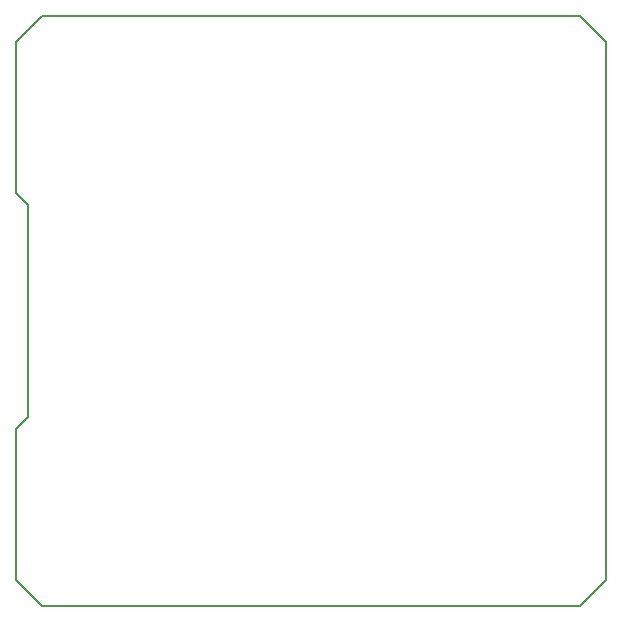
<source format=gbr>
G04 #@! TF.GenerationSoftware,KiCad,Pcbnew,5.0.2-bee76a0~70~ubuntu18.04.1*
G04 #@! TF.CreationDate,2019-05-13T00:01:04+09:00*
G04 #@! TF.ProjectId,bottom_pcb,626f7474-6f6d-45f7-9063-622e6b696361,rev?*
G04 #@! TF.SameCoordinates,Original*
G04 #@! TF.FileFunction,Profile,NP*
%FSLAX46Y46*%
G04 Gerber Fmt 4.6, Leading zero omitted, Abs format (unit mm)*
G04 Created by KiCad (PCBNEW 5.0.2-bee76a0~70~ubuntu18.04.1) date 2019年05月13日 00時01分04秒*
%MOMM*%
%LPD*%
G01*
G04 APERTURE LIST*
%ADD10C,0.150000*%
%ADD11C,0.200000*%
G04 APERTURE END LIST*
D10*
X100000000Y-65000000D02*
X100000000Y-52200000D01*
X101000000Y-84000000D02*
X100000000Y-85000000D01*
X101000000Y-66000000D02*
X101000000Y-84000000D01*
X100000000Y-65000000D02*
X101000000Y-66000000D01*
D11*
X150000000Y-52200000D02*
X150000000Y-97800000D01*
D10*
X102200000Y-50000000D02*
X100000000Y-52200000D01*
X100000000Y-97800000D02*
X100000000Y-85000000D01*
X102200000Y-100000000D02*
X100000000Y-97800000D01*
X147800000Y-100000000D02*
X102200000Y-100000000D01*
X150000000Y-97800000D02*
X147800000Y-100000000D01*
X147800000Y-50000000D02*
X150000000Y-52200000D01*
X102200000Y-50000000D02*
X147800000Y-50000000D01*
M02*

</source>
